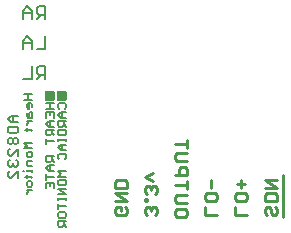
<source format=gbr>
G04 EAGLE Gerber RS-274X export*
G75*
%MOMM*%
%FSLAX34Y34*%
%LPD*%
%INSilkscreen Bottom*%
%IPPOS*%
%AMOC8*
5,1,8,0,0,1.08239X$1,22.5*%
G01*
%ADD10C,0.254000*%
%ADD11C,0.152400*%
%ADD12C,0.127000*%
%ADD13C,0.203200*%

G36*
X67368Y128533D02*
X67368Y128533D01*
X67426Y128531D01*
X67508Y128553D01*
X67592Y128565D01*
X67645Y128589D01*
X67701Y128603D01*
X67774Y128646D01*
X67851Y128681D01*
X67896Y128719D01*
X67946Y128749D01*
X68004Y128810D01*
X68068Y128865D01*
X68100Y128913D01*
X68140Y128956D01*
X68179Y129031D01*
X68226Y129101D01*
X68243Y129157D01*
X68270Y129209D01*
X68281Y129277D01*
X68311Y129372D01*
X68314Y129472D01*
X68325Y129540D01*
X68325Y135890D01*
X68317Y135948D01*
X68319Y136006D01*
X68297Y136088D01*
X68285Y136172D01*
X68262Y136225D01*
X68247Y136281D01*
X68204Y136354D01*
X68169Y136431D01*
X68131Y136476D01*
X68102Y136526D01*
X68040Y136584D01*
X67986Y136648D01*
X67937Y136680D01*
X67894Y136720D01*
X67819Y136759D01*
X67749Y136806D01*
X67693Y136823D01*
X67641Y136850D01*
X67573Y136861D01*
X67478Y136891D01*
X67378Y136894D01*
X67310Y136905D01*
X60960Y136905D01*
X60902Y136897D01*
X60844Y136899D01*
X60762Y136877D01*
X60679Y136865D01*
X60625Y136842D01*
X60569Y136827D01*
X60496Y136784D01*
X60419Y136749D01*
X60374Y136711D01*
X60324Y136682D01*
X60266Y136620D01*
X60202Y136566D01*
X60170Y136517D01*
X60130Y136474D01*
X60091Y136399D01*
X60045Y136329D01*
X60027Y136273D01*
X60000Y136221D01*
X59989Y136153D01*
X59959Y136058D01*
X59956Y135958D01*
X59945Y135890D01*
X59945Y129540D01*
X59953Y129482D01*
X59951Y129424D01*
X59973Y129342D01*
X59985Y129259D01*
X60009Y129205D01*
X60023Y129149D01*
X60066Y129076D01*
X60101Y128999D01*
X60139Y128954D01*
X60169Y128904D01*
X60230Y128846D01*
X60285Y128782D01*
X60333Y128750D01*
X60376Y128710D01*
X60451Y128671D01*
X60521Y128625D01*
X60577Y128607D01*
X60629Y128580D01*
X60697Y128569D01*
X60792Y128539D01*
X60892Y128536D01*
X60960Y128525D01*
X67310Y128525D01*
X67368Y128533D01*
G37*
G36*
X57208Y128533D02*
X57208Y128533D01*
X57266Y128531D01*
X57348Y128553D01*
X57432Y128565D01*
X57485Y128589D01*
X57541Y128603D01*
X57614Y128646D01*
X57691Y128681D01*
X57736Y128719D01*
X57786Y128749D01*
X57844Y128810D01*
X57908Y128865D01*
X57940Y128913D01*
X57980Y128956D01*
X58019Y129031D01*
X58066Y129101D01*
X58083Y129157D01*
X58110Y129209D01*
X58121Y129277D01*
X58151Y129372D01*
X58154Y129472D01*
X58165Y129540D01*
X58165Y135890D01*
X58157Y135948D01*
X58159Y136006D01*
X58137Y136088D01*
X58125Y136172D01*
X58102Y136225D01*
X58087Y136281D01*
X58044Y136354D01*
X58009Y136431D01*
X57971Y136476D01*
X57942Y136526D01*
X57880Y136584D01*
X57826Y136648D01*
X57777Y136680D01*
X57734Y136720D01*
X57659Y136759D01*
X57589Y136806D01*
X57533Y136823D01*
X57481Y136850D01*
X57413Y136861D01*
X57318Y136891D01*
X57218Y136894D01*
X57150Y136905D01*
X50800Y136905D01*
X50742Y136897D01*
X50684Y136899D01*
X50602Y136877D01*
X50519Y136865D01*
X50465Y136842D01*
X50409Y136827D01*
X50336Y136784D01*
X50259Y136749D01*
X50214Y136711D01*
X50164Y136682D01*
X50106Y136620D01*
X50042Y136566D01*
X50010Y136517D01*
X49970Y136474D01*
X49931Y136399D01*
X49885Y136329D01*
X49867Y136273D01*
X49840Y136221D01*
X49829Y136153D01*
X49799Y136058D01*
X49796Y135958D01*
X49785Y135890D01*
X49785Y129540D01*
X49793Y129482D01*
X49791Y129424D01*
X49813Y129342D01*
X49825Y129259D01*
X49849Y129205D01*
X49863Y129149D01*
X49906Y129076D01*
X49941Y128999D01*
X49979Y128954D01*
X50009Y128904D01*
X50070Y128846D01*
X50125Y128782D01*
X50173Y128750D01*
X50216Y128710D01*
X50291Y128671D01*
X50361Y128625D01*
X50417Y128607D01*
X50469Y128580D01*
X50537Y128569D01*
X50632Y128539D01*
X50732Y128536D01*
X50800Y128525D01*
X57150Y128525D01*
X57208Y128533D01*
G37*
D10*
X117694Y38529D02*
X119389Y36834D01*
X119389Y33445D01*
X117694Y31750D01*
X110915Y31750D01*
X109220Y33445D01*
X109220Y36834D01*
X110915Y38529D01*
X114304Y38529D01*
X114304Y35140D01*
X109220Y43444D02*
X119389Y43444D01*
X109220Y50223D01*
X119389Y50223D01*
X119389Y55138D02*
X109220Y55138D01*
X109220Y60222D01*
X110915Y61917D01*
X117694Y61917D01*
X119389Y60222D01*
X119389Y55138D01*
X143094Y31750D02*
X144789Y33445D01*
X144789Y36834D01*
X143094Y38529D01*
X141399Y38529D01*
X139704Y36834D01*
X139704Y35140D01*
X139704Y36834D02*
X138010Y38529D01*
X136315Y38529D01*
X134620Y36834D01*
X134620Y33445D01*
X136315Y31750D01*
X136315Y43444D02*
X134620Y43444D01*
X136315Y43444D02*
X136315Y45139D01*
X134620Y45139D01*
X134620Y43444D01*
X143094Y49291D02*
X144789Y50986D01*
X144789Y54375D01*
X143094Y56070D01*
X141399Y56070D01*
X139704Y54375D01*
X139704Y52681D01*
X139704Y54375D02*
X138010Y56070D01*
X136315Y56070D01*
X134620Y54375D01*
X134620Y50986D01*
X136315Y49291D01*
X141399Y60985D02*
X134620Y64374D01*
X141399Y67764D01*
X185420Y31750D02*
X195589Y31750D01*
X185420Y31750D02*
X185420Y38529D01*
X195589Y45139D02*
X195589Y48528D01*
X195589Y45139D02*
X193894Y43444D01*
X187115Y43444D01*
X185420Y45139D01*
X185420Y48528D01*
X187115Y50223D01*
X193894Y50223D01*
X195589Y48528D01*
X190504Y55138D02*
X190504Y61917D01*
X210820Y31750D02*
X220989Y31750D01*
X210820Y31750D02*
X210820Y38529D01*
X220989Y45139D02*
X220989Y48528D01*
X220989Y45139D02*
X219294Y43444D01*
X212515Y43444D01*
X210820Y45139D01*
X210820Y48528D01*
X212515Y50223D01*
X219294Y50223D01*
X220989Y48528D01*
X215904Y55138D02*
X215904Y61917D01*
X212515Y58528D02*
X219294Y58528D01*
X251460Y65562D02*
X251460Y30480D01*
X246389Y36834D02*
X244694Y38529D01*
X246389Y36834D02*
X246389Y33445D01*
X244694Y31750D01*
X242999Y31750D01*
X241304Y33445D01*
X241304Y36834D01*
X239610Y38529D01*
X237915Y38529D01*
X236220Y36834D01*
X236220Y33445D01*
X237915Y31750D01*
X236220Y43444D02*
X246389Y43444D01*
X236220Y43444D02*
X236220Y48528D01*
X237915Y50223D01*
X244694Y50223D01*
X246389Y48528D01*
X246389Y43444D01*
X246389Y55138D02*
X236220Y55138D01*
X236220Y61917D02*
X246389Y55138D01*
X246389Y61917D02*
X236220Y61917D01*
D11*
X27178Y116078D02*
X21416Y116078D01*
X18535Y113197D01*
X21416Y110316D01*
X27178Y110316D01*
X22856Y110316D02*
X22856Y116078D01*
X18535Y106723D02*
X27178Y106723D01*
X27178Y102401D01*
X25737Y100961D01*
X19975Y100961D01*
X18535Y102401D01*
X18535Y106723D01*
X19975Y97368D02*
X18535Y95927D01*
X18535Y93046D01*
X19975Y91605D01*
X21416Y91605D01*
X22856Y93046D01*
X24297Y91605D01*
X25737Y91605D01*
X27178Y93046D01*
X27178Y95927D01*
X25737Y97368D01*
X24297Y97368D01*
X22856Y95927D01*
X21416Y97368D01*
X19975Y97368D01*
X22856Y95927D02*
X22856Y93046D01*
X27178Y88012D02*
X27178Y82250D01*
X27178Y88012D02*
X21416Y82250D01*
X19975Y82250D01*
X18535Y83691D01*
X18535Y86572D01*
X19975Y88012D01*
X19975Y78657D02*
X18535Y77217D01*
X18535Y74336D01*
X19975Y72895D01*
X21416Y72895D01*
X22856Y74336D01*
X22856Y75776D01*
X22856Y74336D02*
X24297Y72895D01*
X25737Y72895D01*
X27178Y74336D01*
X27178Y77217D01*
X25737Y78657D01*
X27178Y69302D02*
X27178Y63540D01*
X27178Y69302D02*
X21416Y63540D01*
X19975Y63540D01*
X18535Y64980D01*
X18535Y67862D01*
X19975Y69302D01*
D12*
X62225Y121789D02*
X61081Y122933D01*
X61081Y125221D01*
X62225Y126365D01*
X66801Y126365D01*
X67945Y125221D01*
X67945Y122933D01*
X66801Y121789D01*
X67945Y118881D02*
X63369Y118881D01*
X61081Y116593D01*
X63369Y114305D01*
X67945Y114305D01*
X64513Y114305D02*
X64513Y118881D01*
X67945Y111397D02*
X61081Y111397D01*
X61081Y107965D01*
X62225Y106821D01*
X64513Y106821D01*
X65657Y107965D01*
X65657Y111397D01*
X65657Y109109D02*
X67945Y106821D01*
X67945Y103913D02*
X61081Y103913D01*
X67945Y103913D02*
X67945Y100481D01*
X66801Y99337D01*
X62225Y99337D01*
X61081Y100481D01*
X61081Y103913D01*
X67945Y96428D02*
X67945Y94140D01*
X67945Y95284D02*
X61081Y95284D01*
X61081Y96428D02*
X61081Y94140D01*
X63369Y91439D02*
X67945Y91439D01*
X63369Y91439D02*
X61081Y89151D01*
X63369Y86863D01*
X67945Y86863D01*
X64513Y86863D02*
X64513Y91439D01*
X61081Y80523D02*
X62225Y79379D01*
X61081Y80523D02*
X61081Y82811D01*
X62225Y83955D01*
X66801Y83955D01*
X67945Y82811D01*
X67945Y80523D01*
X66801Y79379D01*
X67945Y68986D02*
X61081Y68986D01*
X63369Y66699D01*
X61081Y64411D01*
X67945Y64411D01*
X61081Y60358D02*
X61081Y58070D01*
X61081Y60358D02*
X62225Y61502D01*
X66801Y61502D01*
X67945Y60358D01*
X67945Y58070D01*
X66801Y56926D01*
X62225Y56926D01*
X61081Y58070D01*
X61081Y54018D02*
X67945Y54018D01*
X67945Y49442D02*
X61081Y54018D01*
X61081Y49442D02*
X67945Y49442D01*
X67945Y46534D02*
X67945Y44246D01*
X67945Y45390D02*
X61081Y45390D01*
X61081Y46534D02*
X61081Y44246D01*
X61081Y39257D02*
X67945Y39257D01*
X61081Y41545D02*
X61081Y36969D01*
X61081Y32916D02*
X61081Y30629D01*
X61081Y32916D02*
X62225Y34060D01*
X66801Y34060D01*
X67945Y32916D01*
X67945Y30629D01*
X66801Y29485D01*
X62225Y29485D01*
X61081Y30629D01*
X61081Y26576D02*
X67945Y26576D01*
X61081Y26576D02*
X61081Y23144D01*
X62225Y22000D01*
X64513Y22000D01*
X65657Y23144D01*
X65657Y26576D01*
X65657Y24288D02*
X67945Y22000D01*
X57785Y126365D02*
X50921Y126365D01*
X54353Y126365D02*
X54353Y121789D01*
X50921Y121789D02*
X57785Y121789D01*
X50921Y118881D02*
X50921Y114305D01*
X50921Y118881D02*
X57785Y118881D01*
X57785Y114305D01*
X54353Y116593D02*
X54353Y118881D01*
X53209Y111397D02*
X57785Y111397D01*
X53209Y111397D02*
X50921Y109109D01*
X53209Y106821D01*
X57785Y106821D01*
X54353Y106821D02*
X54353Y111397D01*
X57785Y103913D02*
X50921Y103913D01*
X50921Y100481D01*
X52065Y99337D01*
X54353Y99337D01*
X55497Y100481D01*
X55497Y103913D01*
X55497Y101625D02*
X57785Y99337D01*
X57785Y94140D02*
X50921Y94140D01*
X50921Y96428D02*
X50921Y91852D01*
X50921Y81460D02*
X57785Y81460D01*
X50921Y81460D02*
X50921Y78028D01*
X52065Y76884D01*
X54353Y76884D01*
X55497Y78028D01*
X55497Y81460D01*
X55497Y79172D02*
X57785Y76884D01*
X57785Y73976D02*
X53209Y73976D01*
X50921Y71688D01*
X53209Y69400D01*
X57785Y69400D01*
X54353Y69400D02*
X54353Y73976D01*
X57785Y64204D02*
X50921Y64204D01*
X50921Y66492D02*
X50921Y61916D01*
X50921Y59008D02*
X50921Y54432D01*
X50921Y59008D02*
X57785Y59008D01*
X57785Y54432D01*
X54353Y56720D02*
X54353Y59008D01*
D10*
X170189Y35564D02*
X170189Y32175D01*
X168494Y30480D01*
X161715Y30480D01*
X160020Y32175D01*
X160020Y35564D01*
X161715Y37259D01*
X168494Y37259D01*
X170189Y35564D01*
X170189Y42174D02*
X161715Y42174D01*
X160020Y43869D01*
X160020Y47258D01*
X161715Y48953D01*
X170189Y48953D01*
X170189Y57258D02*
X160020Y57258D01*
X170189Y60647D02*
X170189Y53868D01*
X170189Y65562D02*
X160020Y65562D01*
X170189Y65562D02*
X170189Y70646D01*
X168494Y72341D01*
X165104Y72341D01*
X163410Y70646D01*
X163410Y65562D01*
X161715Y77256D02*
X170189Y77256D01*
X161715Y77256D02*
X160020Y78951D01*
X160020Y82340D01*
X161715Y84035D01*
X170189Y84035D01*
X170189Y92339D02*
X160020Y92339D01*
X170189Y88950D02*
X170189Y95729D01*
D13*
X50312Y197866D02*
X50312Y208543D01*
X44973Y208543D01*
X43194Y206764D01*
X43194Y203205D01*
X44973Y201425D01*
X50312Y201425D01*
X46753Y201425D02*
X43194Y197866D01*
X38618Y197866D02*
X38618Y204984D01*
X35059Y208543D01*
X31500Y204984D01*
X31500Y197866D01*
X31500Y203205D02*
X38618Y203205D01*
X50312Y183143D02*
X50312Y172466D01*
X43194Y172466D01*
X38618Y172466D02*
X38618Y179584D01*
X35059Y183143D01*
X31500Y179584D01*
X31500Y172466D01*
X31500Y177805D02*
X38618Y177805D01*
X50312Y157743D02*
X50312Y147066D01*
X50312Y157743D02*
X44973Y157743D01*
X43194Y155964D01*
X43194Y152405D01*
X44973Y150625D01*
X50312Y150625D01*
X46753Y150625D02*
X43194Y147066D01*
X38618Y147066D02*
X38618Y157743D01*
X38618Y147066D02*
X31500Y147066D01*
D12*
X32125Y133985D02*
X38989Y133985D01*
X35557Y133985D02*
X35557Y129409D01*
X32125Y129409D02*
X38989Y129409D01*
X38989Y125357D02*
X38989Y123069D01*
X38989Y125357D02*
X37845Y126501D01*
X35557Y126501D01*
X34413Y125357D01*
X34413Y123069D01*
X35557Y121925D01*
X36701Y121925D01*
X36701Y126501D01*
X34413Y117873D02*
X34413Y115585D01*
X35557Y114441D01*
X38989Y114441D01*
X38989Y117873D01*
X37845Y119017D01*
X36701Y117873D01*
X36701Y114441D01*
X38989Y111533D02*
X34413Y111533D01*
X36701Y111533D02*
X34413Y109245D01*
X34413Y108101D01*
X33269Y104152D02*
X37845Y104152D01*
X38989Y103008D01*
X34413Y103008D02*
X34413Y105296D01*
X32125Y92822D02*
X38989Y92822D01*
X34413Y90534D02*
X32125Y92822D01*
X34413Y90534D02*
X32125Y88246D01*
X38989Y88246D01*
X38989Y84194D02*
X38989Y81906D01*
X37845Y80762D01*
X35557Y80762D01*
X34413Y81906D01*
X34413Y84194D01*
X35557Y85338D01*
X37845Y85338D01*
X38989Y84194D01*
X38989Y77854D02*
X34413Y77854D01*
X34413Y74422D01*
X35557Y73278D01*
X38989Y73278D01*
X34413Y70370D02*
X34413Y69226D01*
X38989Y69226D01*
X38989Y70370D02*
X38989Y68082D01*
X32125Y69226D02*
X30981Y69226D01*
X33269Y64236D02*
X37845Y64236D01*
X38989Y63092D01*
X34413Y63092D02*
X34413Y65380D01*
X38989Y59247D02*
X38989Y56959D01*
X37845Y55815D01*
X35557Y55815D01*
X34413Y56959D01*
X34413Y59247D01*
X35557Y60391D01*
X37845Y60391D01*
X38989Y59247D01*
X38989Y52907D02*
X34413Y52907D01*
X36701Y52907D02*
X34413Y50619D01*
X34413Y49475D01*
M02*

</source>
